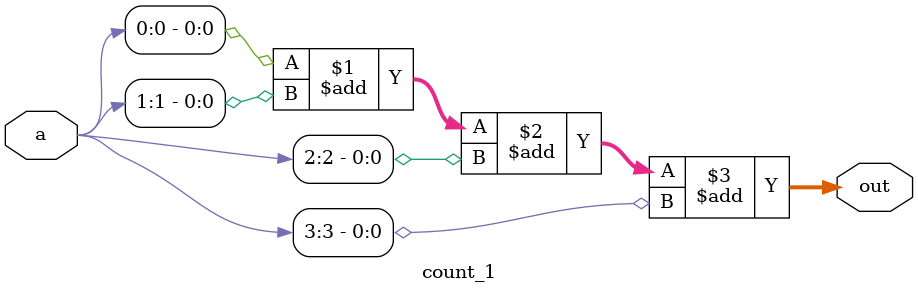
<source format=sv>
module count_1 (
  input logic [3:0] a,
  output logic [2:0] out
);
  assign out = a[0]+a[1]+a[2]+a[3];
endmodule

</source>
